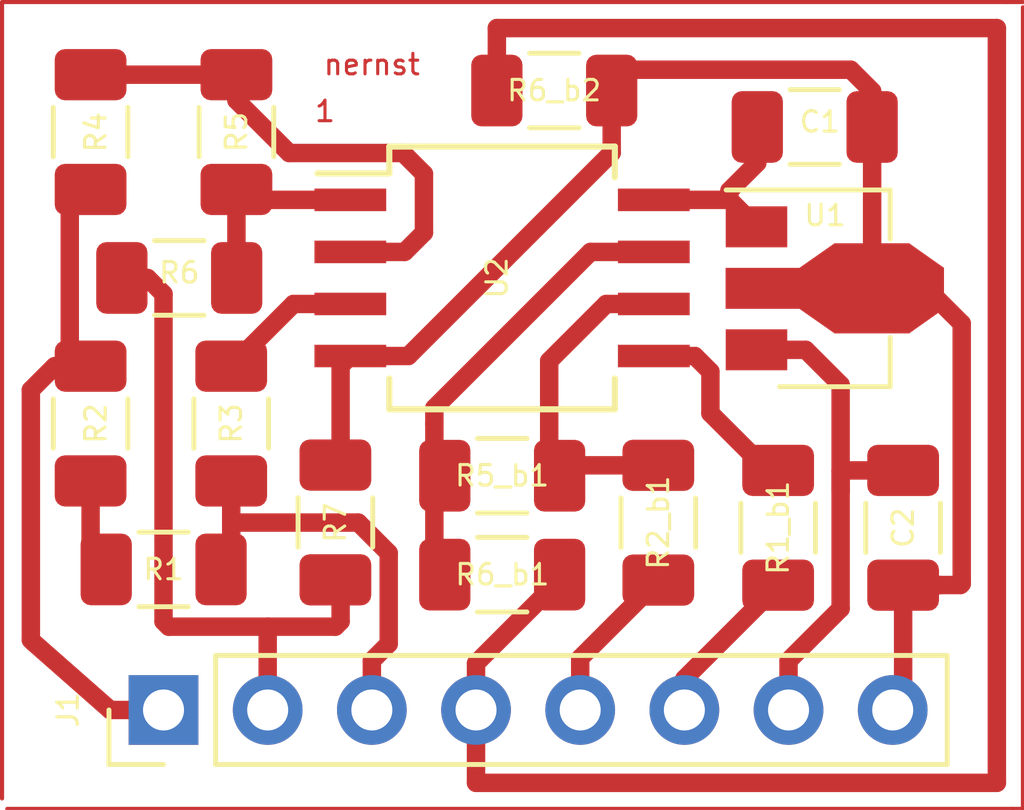
<source format=kicad_pcb>
(kicad_pcb (version 20171130) (host pcbnew 5.1.5+dfsg1-2)

  (general
    (thickness 1.6)
    (drawings 2)
    (tracks 111)
    (zones 0)
    (modules 17)
    (nets 17)
  )

  (page A4)
  (layers
    (0 F.Cu signal)
    (31 B.Cu signal)
    (32 B.Adhes user)
    (33 F.Adhes user)
    (34 B.Paste user)
    (35 F.Paste user)
    (36 B.SilkS user hide)
    (37 F.SilkS user)
    (38 B.Mask user hide)
    (39 F.Mask user hide)
    (40 Dwgs.User user hide)
    (41 Cmts.User user hide)
    (42 Eco1.User user hide)
    (43 Eco2.User user hide)
    (44 Edge.Cuts user hide)
    (45 Margin user hide)
    (46 B.CrtYd user hide)
    (47 F.CrtYd user)
    (48 B.Fab user)
    (49 F.Fab user hide)
  )

  (setup
    (last_trace_width 0.45)
    (trace_clearance 0.2)
    (zone_clearance 0.508)
    (zone_45_only no)
    (trace_min 0.2)
    (via_size 0.8)
    (via_drill 0.4)
    (via_min_size 0.4)
    (via_min_drill 0.3)
    (uvia_size 0.3)
    (uvia_drill 0.1)
    (uvias_allowed no)
    (uvia_min_size 0.2)
    (uvia_min_drill 0.1)
    (edge_width 0.1)
    (segment_width 0.2)
    (pcb_text_width 0.3)
    (pcb_text_size 1.5 1.5)
    (mod_edge_width 0.15)
    (mod_text_size 1 1)
    (mod_text_width 0.15)
    (pad_size 1.5 1.5)
    (pad_drill 0.6)
    (pad_to_mask_clearance 0)
    (solder_mask_min_width 0.25)
    (aux_axis_origin 0 0)
    (visible_elements FFFFFF7F)
    (pcbplotparams
      (layerselection 0x010fc_ffffffff)
      (usegerberextensions false)
      (usegerberattributes false)
      (usegerberadvancedattributes false)
      (creategerberjobfile false)
      (excludeedgelayer true)
      (linewidth 0.100000)
      (plotframeref false)
      (viasonmask false)
      (mode 1)
      (useauxorigin false)
      (hpglpennumber 1)
      (hpglpenspeed 20)
      (hpglpendiameter 15.000000)
      (psnegative false)
      (psa4output false)
      (plotreference true)
      (plotvalue true)
      (plotinvisibletext false)
      (padsonsilk false)
      (subtractmaskfromsilk false)
      (outputformat 1)
      (mirror false)
      (drillshape 1)
      (scaleselection 1)
      (outputdirectory ""))
  )

  (net 0 "")
  (net 1 "Net-(J1-Pad1)")
  (net 2 "Net-(C1-Pad1)")
  (net 3 "Net-(J1-Pad2)")
  (net 4 "Net-(R3-Pad1)")
  (net 5 "Net-(R5-Pad1)")
  (net 6 "Net-(R1-Pad1)")
  (net 7 "Net-(R4-Pad1)")
  (net 8 "Net-(J1-Pad3)")
  (net 9 "Net-(C2-Pad1)")
  (net 10 "Net-(J1-Pad4)")
  (net 11 "Net-(J1-Pad5)")
  (net 12 "Net-(J1-Pad6)")
  (net 13 "Net-(R1_b1-Pad1)")
  (net 14 "Net-(R2_b1-Pad1)")
  (net 15 "Net-(R5_b1-Pad2)")
  (net 16 GND)

  (net_class Default "Это класс цепей по умолчанию."
    (clearance 0.2)
    (trace_width 0.45)
    (via_dia 0.8)
    (via_drill 0.4)
    (uvia_dia 0.3)
    (uvia_drill 0.1)
    (add_net GND)
    (add_net "Net-(C1-Pad1)")
    (add_net "Net-(C2-Pad1)")
    (add_net "Net-(J1-Pad1)")
    (add_net "Net-(J1-Pad2)")
    (add_net "Net-(J1-Pad3)")
    (add_net "Net-(J1-Pad4)")
    (add_net "Net-(J1-Pad5)")
    (add_net "Net-(J1-Pad6)")
    (add_net "Net-(R1-Pad1)")
    (add_net "Net-(R1_b1-Pad1)")
    (add_net "Net-(R2_b1-Pad1)")
    (add_net "Net-(R3-Pad1)")
    (add_net "Net-(R4-Pad1)")
    (add_net "Net-(R5-Pad1)")
    (add_net "Net-(R5_b1-Pad2)")
  )

  (module Resistor_SMD:R_1206_3216Metric (layer F.Cu) (tedit 5B301BBD) (tstamp 5E210545)
    (at 166.246 92.583)
    (descr "Resistor SMD 1206 (3216 Metric), square (rectangular) end terminal, IPC_7351 nominal, (Body size source: http://www.tortai-tech.com/upload/download/2011102023233369053.pdf), generated with kicad-footprint-generator")
    (tags resistor)
    (path /5E2010E6)
    (attr smd)
    (fp_text reference C1 (at 0.124 -0.127 180) (layer F.SilkS)
      (effects (font (size 0.5 0.5) (thickness 0.075)))
    )
    (fp_text value C_Small (at 0 1.82 180) (layer F.Fab)
      (effects (font (size 0.5 0.5) (thickness 0.075)))
    )
    (fp_text user %R (at 0 0 180) (layer F.Fab)
      (effects (font (size 0.5 0.5) (thickness 0.075)))
    )
    (fp_line (start 2.28 1.12) (end -2.28 1.12) (layer F.CrtYd) (width 0.05))
    (fp_line (start 2.28 -1.12) (end 2.28 1.12) (layer F.CrtYd) (width 0.05))
    (fp_line (start -2.28 -1.12) (end 2.28 -1.12) (layer F.CrtYd) (width 0.05))
    (fp_line (start -2.28 1.12) (end -2.28 -1.12) (layer F.CrtYd) (width 0.05))
    (fp_line (start -0.602064 0.91) (end 0.602064 0.91) (layer F.SilkS) (width 0.12))
    (fp_line (start -0.602064 -0.91) (end 0.602064 -0.91) (layer F.SilkS) (width 0.12))
    (fp_line (start 1.6 0.8) (end -1.6 0.8) (layer F.Fab) (width 0.1))
    (fp_line (start 1.6 -0.8) (end 1.6 0.8) (layer F.Fab) (width 0.1))
    (fp_line (start -1.6 -0.8) (end 1.6 -0.8) (layer F.Fab) (width 0.1))
    (fp_line (start -1.6 0.8) (end -1.6 -0.8) (layer F.Fab) (width 0.1))
    (pad 2 smd roundrect (at 1.4 0) (size 1.25 1.75) (layers F.Cu F.Paste F.Mask) (roundrect_rratio 0.2)
      (net 16 GND))
    (pad 1 smd roundrect (at -1.4 0) (size 1.25 1.75) (layers F.Cu F.Paste F.Mask) (roundrect_rratio 0.2)
      (net 2 "Net-(C1-Pad1)"))
    (model ${KISYS3DMOD}/Resistor_SMD.3dshapes/R_1206_3216Metric.wrl
      (at (xyz 0 0 0))
      (scale (xyz 1 1 1))
      (rotate (xyz 0 0 0))
    )
  )

  (module Resistor_SMD:R_1206_3216Metric (layer F.Cu) (tedit 5B301BBD) (tstamp 5E21056F)
    (at 150.371 103.378)
    (descr "Resistor SMD 1206 (3216 Metric), square (rectangular) end terminal, IPC_7351 nominal, (Body size source: http://www.tortai-tech.com/upload/download/2011102023233369053.pdf), generated with kicad-footprint-generator")
    (tags resistor)
    (path /5E21FC8B)
    (attr smd)
    (fp_text reference R1 (at -0.003 0) (layer F.SilkS)
      (effects (font (size 0.5 0.5) (thickness 0.075)))
    )
    (fp_text value R (at 0 1.82) (layer F.Fab)
      (effects (font (size 0.5 0.5) (thickness 0.075)))
    )
    (fp_line (start -1.6 0.8) (end -1.6 -0.8) (layer F.Fab) (width 0.1))
    (fp_line (start -1.6 -0.8) (end 1.6 -0.8) (layer F.Fab) (width 0.1))
    (fp_line (start 1.6 -0.8) (end 1.6 0.8) (layer F.Fab) (width 0.1))
    (fp_line (start 1.6 0.8) (end -1.6 0.8) (layer F.Fab) (width 0.1))
    (fp_line (start -0.602064 -0.91) (end 0.602064 -0.91) (layer F.SilkS) (width 0.12))
    (fp_line (start -0.602064 0.91) (end 0.602064 0.91) (layer F.SilkS) (width 0.12))
    (fp_line (start -2.28 1.12) (end -2.28 -1.12) (layer F.CrtYd) (width 0.05))
    (fp_line (start -2.28 -1.12) (end 2.28 -1.12) (layer F.CrtYd) (width 0.05))
    (fp_line (start 2.28 -1.12) (end 2.28 1.12) (layer F.CrtYd) (width 0.05))
    (fp_line (start 2.28 1.12) (end -2.28 1.12) (layer F.CrtYd) (width 0.05))
    (fp_text user %R (at 0 0) (layer F.Fab)
      (effects (font (size 0.5 0.5) (thickness 0.075)))
    )
    (pad 1 smd roundrect (at -1.4 0) (size 1.25 1.75) (layers F.Cu F.Paste F.Mask) (roundrect_rratio 0.2)
      (net 6 "Net-(R1-Pad1)"))
    (pad 2 smd roundrect (at 1.4 0) (size 1.25 1.75) (layers F.Cu F.Paste F.Mask) (roundrect_rratio 0.2)
      (net 8 "Net-(J1-Pad3)"))
    (model ${KISYS3DMOD}/Resistor_SMD.3dshapes/R_1206_3216Metric.wrl
      (at (xyz 0 0 0))
      (scale (xyz 1 1 1))
      (rotate (xyz 0 0 0))
    )
  )

  (module Resistor_SMD:R_1206_3216Metric (layer F.Cu) (tedit 5B301BBD) (tstamp 5E210580)
    (at 148.59 99.819 270)
    (descr "Resistor SMD 1206 (3216 Metric), square (rectangular) end terminal, IPC_7351 nominal, (Body size source: http://www.tortai-tech.com/upload/download/2011102023233369053.pdf), generated with kicad-footprint-generator")
    (tags resistor)
    (path /5E221D56)
    (attr smd)
    (fp_text reference R2 (at 0 -0.127 270) (layer F.SilkS)
      (effects (font (size 0.5 0.5) (thickness 0.075)))
    )
    (fp_text value R (at 0 1.82 270) (layer F.Fab)
      (effects (font (size 0.5 0.5) (thickness 0.075)))
    )
    (fp_text user %R (at 0 0 270) (layer F.Fab)
      (effects (font (size 0.5 0.5) (thickness 0.075)))
    )
    (fp_line (start 2.28 1.12) (end -2.28 1.12) (layer F.CrtYd) (width 0.05))
    (fp_line (start 2.28 -1.12) (end 2.28 1.12) (layer F.CrtYd) (width 0.05))
    (fp_line (start -2.28 -1.12) (end 2.28 -1.12) (layer F.CrtYd) (width 0.05))
    (fp_line (start -2.28 1.12) (end -2.28 -1.12) (layer F.CrtYd) (width 0.05))
    (fp_line (start -0.602064 0.91) (end 0.602064 0.91) (layer F.SilkS) (width 0.12))
    (fp_line (start -0.602064 -0.91) (end 0.602064 -0.91) (layer F.SilkS) (width 0.12))
    (fp_line (start 1.6 0.8) (end -1.6 0.8) (layer F.Fab) (width 0.1))
    (fp_line (start 1.6 -0.8) (end 1.6 0.8) (layer F.Fab) (width 0.1))
    (fp_line (start -1.6 -0.8) (end 1.6 -0.8) (layer F.Fab) (width 0.1))
    (fp_line (start -1.6 0.8) (end -1.6 -0.8) (layer F.Fab) (width 0.1))
    (pad 2 smd roundrect (at 1.4 0 270) (size 1.25 1.75) (layers F.Cu F.Paste F.Mask) (roundrect_rratio 0.2)
      (net 6 "Net-(R1-Pad1)"))
    (pad 1 smd roundrect (at -1.4 0 270) (size 1.25 1.75) (layers F.Cu F.Paste F.Mask) (roundrect_rratio 0.2)
      (net 1 "Net-(J1-Pad1)"))
    (model ${KISYS3DMOD}/Resistor_SMD.3dshapes/R_1206_3216Metric.wrl
      (at (xyz 0 0 0))
      (scale (xyz 1 1 1))
      (rotate (xyz 0 0 0))
    )
  )

  (module Resistor_SMD:R_1206_3216Metric (layer F.Cu) (tedit 5B301BBD) (tstamp 5E210591)
    (at 152.019 99.819 270)
    (descr "Resistor SMD 1206 (3216 Metric), square (rectangular) end terminal, IPC_7351 nominal, (Body size source: http://www.tortai-tech.com/upload/download/2011102023233369053.pdf), generated with kicad-footprint-generator")
    (tags resistor)
    (path /5E222B58)
    (attr smd)
    (fp_text reference R3 (at -0.003 0 270) (layer F.SilkS)
      (effects (font (size 0.5 0.5) (thickness 0.075)))
    )
    (fp_text value R (at 0 1.82 270) (layer F.Fab)
      (effects (font (size 0.5 0.5) (thickness 0.075)))
    )
    (fp_line (start -1.6 0.8) (end -1.6 -0.8) (layer F.Fab) (width 0.1))
    (fp_line (start -1.6 -0.8) (end 1.6 -0.8) (layer F.Fab) (width 0.1))
    (fp_line (start 1.6 -0.8) (end 1.6 0.8) (layer F.Fab) (width 0.1))
    (fp_line (start 1.6 0.8) (end -1.6 0.8) (layer F.Fab) (width 0.1))
    (fp_line (start -0.602064 -0.91) (end 0.602064 -0.91) (layer F.SilkS) (width 0.12))
    (fp_line (start -0.602064 0.91) (end 0.602064 0.91) (layer F.SilkS) (width 0.12))
    (fp_line (start -2.28 1.12) (end -2.28 -1.12) (layer F.CrtYd) (width 0.05))
    (fp_line (start -2.28 -1.12) (end 2.28 -1.12) (layer F.CrtYd) (width 0.05))
    (fp_line (start 2.28 -1.12) (end 2.28 1.12) (layer F.CrtYd) (width 0.05))
    (fp_line (start 2.28 1.12) (end -2.28 1.12) (layer F.CrtYd) (width 0.05))
    (fp_text user %R (at 0 0 270) (layer F.Fab)
      (effects (font (size 0.5 0.5) (thickness 0.075)))
    )
    (pad 1 smd roundrect (at -1.4 0 270) (size 1.25 1.75) (layers F.Cu F.Paste F.Mask) (roundrect_rratio 0.2)
      (net 4 "Net-(R3-Pad1)"))
    (pad 2 smd roundrect (at 1.4 0 270) (size 1.25 1.75) (layers F.Cu F.Paste F.Mask) (roundrect_rratio 0.2)
      (net 8 "Net-(J1-Pad3)"))
    (model ${KISYS3DMOD}/Resistor_SMD.3dshapes/R_1206_3216Metric.wrl
      (at (xyz 0 0 0))
      (scale (xyz 1 1 1))
      (rotate (xyz 0 0 0))
    )
  )

  (module Resistor_SMD:R_1206_3216Metric (layer F.Cu) (tedit 5B301BBD) (tstamp 5E2105A2)
    (at 148.59 92.707 270)
    (descr "Resistor SMD 1206 (3216 Metric), square (rectangular) end terminal, IPC_7351 nominal, (Body size source: http://www.tortai-tech.com/upload/download/2011102023233369053.pdf), generated with kicad-footprint-generator")
    (tags resistor)
    (path /5E226A2A)
    (attr smd)
    (fp_text reference R4 (at 0.003 -0.127 270) (layer F.SilkS)
      (effects (font (size 0.5 0.5) (thickness 0.075)))
    )
    (fp_text value R (at 0 1.82 270) (layer F.Fab)
      (effects (font (size 0.5 0.5) (thickness 0.075)))
    )
    (fp_text user %R (at 0 0 270) (layer F.Fab)
      (effects (font (size 0.5 0.5) (thickness 0.075)))
    )
    (fp_line (start 2.28 1.12) (end -2.28 1.12) (layer F.CrtYd) (width 0.05))
    (fp_line (start 2.28 -1.12) (end 2.28 1.12) (layer F.CrtYd) (width 0.05))
    (fp_line (start -2.28 -1.12) (end 2.28 -1.12) (layer F.CrtYd) (width 0.05))
    (fp_line (start -2.28 1.12) (end -2.28 -1.12) (layer F.CrtYd) (width 0.05))
    (fp_line (start -0.602064 0.91) (end 0.602064 0.91) (layer F.SilkS) (width 0.12))
    (fp_line (start -0.602064 -0.91) (end 0.602064 -0.91) (layer F.SilkS) (width 0.12))
    (fp_line (start 1.6 0.8) (end -1.6 0.8) (layer F.Fab) (width 0.1))
    (fp_line (start 1.6 -0.8) (end 1.6 0.8) (layer F.Fab) (width 0.1))
    (fp_line (start -1.6 -0.8) (end 1.6 -0.8) (layer F.Fab) (width 0.1))
    (fp_line (start -1.6 0.8) (end -1.6 -0.8) (layer F.Fab) (width 0.1))
    (pad 2 smd roundrect (at 1.4 0 270) (size 1.25 1.75) (layers F.Cu F.Paste F.Mask) (roundrect_rratio 0.2)
      (net 1 "Net-(J1-Pad1)"))
    (pad 1 smd roundrect (at -1.4 0 270) (size 1.25 1.75) (layers F.Cu F.Paste F.Mask) (roundrect_rratio 0.2)
      (net 7 "Net-(R4-Pad1)"))
    (model ${KISYS3DMOD}/Resistor_SMD.3dshapes/R_1206_3216Metric.wrl
      (at (xyz 0 0 0))
      (scale (xyz 1 1 1))
      (rotate (xyz 0 0 0))
    )
  )

  (module Resistor_SMD:R_1206_3216Metric (layer F.Cu) (tedit 5E216D4E) (tstamp 5E2105B3)
    (at 152.146 92.707 90)
    (descr "Resistor SMD 1206 (3216 Metric), square (rectangular) end terminal, IPC_7351 nominal, (Body size source: http://www.tortai-tech.com/upload/download/2011102023233369053.pdf), generated with kicad-footprint-generator")
    (tags resistor)
    (path /5E1FDD95)
    (attr smd)
    (fp_text reference R5 (at 0.003 0 270) (layer F.SilkS)
      (effects (font (size 0.5 0.5) (thickness 0.075)))
    )
    (fp_text value R (at 0 1.82 270) (layer F.Fab)
      (effects (font (size 0.5 0.5) (thickness 0.075)))
    )
    (fp_line (start -1.6 0.8) (end -1.6 -0.8) (layer F.Fab) (width 0.1))
    (fp_line (start -1.6 -0.8) (end 1.6 -0.8) (layer F.Fab) (width 0.1))
    (fp_line (start 1.6 -0.8) (end 1.6 0.8) (layer F.Fab) (width 0.1))
    (fp_line (start 1.6 0.8) (end -1.6 0.8) (layer F.Fab) (width 0.1))
    (fp_line (start -0.602064 -0.91) (end 0.602064 -0.91) (layer F.SilkS) (width 0.12))
    (fp_line (start -0.602064 0.91) (end 0.602064 0.91) (layer F.SilkS) (width 0.12))
    (fp_line (start -2.28 1.12) (end -2.28 -1.12) (layer F.CrtYd) (width 0.05))
    (fp_line (start -2.28 -1.12) (end 2.28 -1.12) (layer F.CrtYd) (width 0.05))
    (fp_line (start 2.28 -1.12) (end 2.28 1.12) (layer F.CrtYd) (width 0.05))
    (fp_line (start 2.28 1.12) (end -2.28 1.12) (layer F.CrtYd) (width 0.05))
    (fp_text user %R (at 0 0 270) (layer F.Fab)
      (effects (font (size 0.5 0.5) (thickness 0.075)))
    )
    (pad 1 smd roundrect (at -1.4 0 90) (size 1.25 1.75) (layers F.Cu F.Paste F.Mask) (roundrect_rratio 0.2)
      (net 5 "Net-(R5-Pad1)"))
    (pad 2 smd roundrect (at 1.4 0 90) (size 1.25 1.75) (layers F.Cu F.Paste F.Mask) (roundrect_rratio 0.2)
      (net 7 "Net-(R4-Pad1)"))
    (model ${KISYS3DMOD}/Resistor_SMD.3dshapes/R_1206_3216Metric.wrl
      (at (xyz 0 0 0))
      (scale (xyz 1 1 1))
      (rotate (xyz 0 0 0))
    )
  )

  (module Package_SO:SO-8_5.3x6.2mm_P1.27mm (layer F.Cu) (tedit 5A02F2D3) (tstamp 5E2105F2)
    (at 158.623 96.266)
    (descr "8-Lead Plastic Small Outline, 5.3x6.2mm Body (http://www.ti.com.cn/cn/lit/ds/symlink/tl7705a.pdf)")
    (tags "SOIC 1.27")
    (path /5E218E12)
    (attr smd)
    (fp_text reference U2 (at -0.127 0 90) (layer F.SilkS)
      (effects (font (size 0.5 0.5) (thickness 0.075)))
    )
    (fp_text value MCP602 (at 0 4.13) (layer F.Fab)
      (effects (font (size 0.5 0.5) (thickness 0.075)))
    )
    (fp_text user %R (at 0 0) (layer F.Fab)
      (effects (font (size 0.5 0.5) (thickness 0.075)))
    )
    (fp_line (start -1.65 -3.1) (end 2.65 -3.1) (layer F.Fab) (width 0.15))
    (fp_line (start 2.65 -3.1) (end 2.65 3.1) (layer F.Fab) (width 0.15))
    (fp_line (start 2.65 3.1) (end -2.65 3.1) (layer F.Fab) (width 0.15))
    (fp_line (start -2.65 3.1) (end -2.65 -2.1) (layer F.Fab) (width 0.15))
    (fp_line (start -2.65 -2.1) (end -1.65 -3.1) (layer F.Fab) (width 0.15))
    (fp_line (start -4.83 -3.35) (end -4.83 3.35) (layer F.CrtYd) (width 0.05))
    (fp_line (start 4.83 -3.35) (end 4.83 3.35) (layer F.CrtYd) (width 0.05))
    (fp_line (start -4.83 -3.35) (end 4.83 -3.35) (layer F.CrtYd) (width 0.05))
    (fp_line (start -4.83 3.35) (end 4.83 3.35) (layer F.CrtYd) (width 0.05))
    (fp_line (start -2.75 -3.205) (end -2.75 -2.55) (layer F.SilkS) (width 0.15))
    (fp_line (start 2.75 -3.205) (end 2.75 -2.455) (layer F.SilkS) (width 0.15))
    (fp_line (start 2.75 3.205) (end 2.75 2.455) (layer F.SilkS) (width 0.15))
    (fp_line (start -2.75 3.205) (end -2.75 2.455) (layer F.SilkS) (width 0.15))
    (fp_line (start -2.75 -3.205) (end 2.75 -3.205) (layer F.SilkS) (width 0.15))
    (fp_line (start -2.75 3.205) (end 2.75 3.205) (layer F.SilkS) (width 0.15))
    (fp_line (start -2.75 -2.55) (end -4.5 -2.55) (layer F.SilkS) (width 0.15))
    (pad 1 smd rect (at -3.7 -1.905) (size 1.75 0.55) (layers F.Cu F.Paste F.Mask)
      (net 5 "Net-(R5-Pad1)"))
    (pad 2 smd rect (at -3.7 -0.635) (size 1.75 0.55) (layers F.Cu F.Paste F.Mask)
      (net 7 "Net-(R4-Pad1)"))
    (pad 3 smd rect (at -3.7 0.635) (size 1.75 0.55) (layers F.Cu F.Paste F.Mask)
      (net 4 "Net-(R3-Pad1)"))
    (pad 4 smd rect (at -3.7 1.905) (size 1.75 0.55) (layers F.Cu F.Paste F.Mask)
      (net 16 GND))
    (pad 5 smd rect (at 3.7 1.905) (size 1.75 0.55) (layers F.Cu F.Paste F.Mask)
      (net 13 "Net-(R1_b1-Pad1)"))
    (pad 6 smd rect (at 3.7 0.635) (size 1.75 0.55) (layers F.Cu F.Paste F.Mask)
      (net 14 "Net-(R2_b1-Pad1)"))
    (pad 7 smd rect (at 3.7 -0.635) (size 1.75 0.55) (layers F.Cu F.Paste F.Mask)
      (net 15 "Net-(R5_b1-Pad2)"))
    (pad 8 smd rect (at 3.7 -1.905) (size 1.75 0.55) (layers F.Cu F.Paste F.Mask)
      (net 2 "Net-(C1-Pad1)"))
    (model ${KISYS3DMOD}/Package_SO.3dshapes/SO-8_5.3x6.2mm_P1.27mm.wrl
      (at (xyz 0 0 0))
      (scale (xyz 1 1 1))
      (rotate (xyz 0 0 0))
    )
  )

  (module Resistor_SMD:R_1206_3216Metric (layer F.Cu) (tedit 5B301BBD) (tstamp 5E21171B)
    (at 150.752 96.266)
    (descr "Resistor SMD 1206 (3216 Metric), square (rectangular) end terminal, IPC_7351 nominal, (Body size source: http://www.tortai-tech.com/upload/download/2011102023233369053.pdf), generated with kicad-footprint-generator")
    (tags resistor)
    (path /5E207B77)
    (attr smd)
    (fp_text reference R6 (at 0 -0.127 180) (layer F.SilkS)
      (effects (font (size 0.5 0.5) (thickness 0.075)))
    )
    (fp_text value R (at 0 1.82 180) (layer F.Fab)
      (effects (font (size 0.5 0.5) (thickness 0.075)))
    )
    (fp_line (start -1.6 0.8) (end -1.6 -0.8) (layer F.Fab) (width 0.1))
    (fp_line (start -1.6 -0.8) (end 1.6 -0.8) (layer F.Fab) (width 0.1))
    (fp_line (start 1.6 -0.8) (end 1.6 0.8) (layer F.Fab) (width 0.1))
    (fp_line (start 1.6 0.8) (end -1.6 0.8) (layer F.Fab) (width 0.1))
    (fp_line (start -0.602064 -0.91) (end 0.602064 -0.91) (layer F.SilkS) (width 0.12))
    (fp_line (start -0.602064 0.91) (end 0.602064 0.91) (layer F.SilkS) (width 0.12))
    (fp_line (start -2.28 1.12) (end -2.28 -1.12) (layer F.CrtYd) (width 0.05))
    (fp_line (start -2.28 -1.12) (end 2.28 -1.12) (layer F.CrtYd) (width 0.05))
    (fp_line (start 2.28 -1.12) (end 2.28 1.12) (layer F.CrtYd) (width 0.05))
    (fp_line (start 2.28 1.12) (end -2.28 1.12) (layer F.CrtYd) (width 0.05))
    (fp_text user %R (at 0 0 180) (layer F.Fab)
      (effects (font (size 0.5 0.5) (thickness 0.075)))
    )
    (pad 1 smd roundrect (at -1.4 0) (size 1.25 1.75) (layers F.Cu F.Paste F.Mask) (roundrect_rratio 0.2)
      (net 3 "Net-(J1-Pad2)"))
    (pad 2 smd roundrect (at 1.4 0) (size 1.25 1.75) (layers F.Cu F.Paste F.Mask) (roundrect_rratio 0.2)
      (net 5 "Net-(R5-Pad1)"))
    (model ${KISYS3DMOD}/Resistor_SMD.3dshapes/R_1206_3216Metric.wrl
      (at (xyz 0 0 0))
      (scale (xyz 1 1 1))
      (rotate (xyz 0 0 0))
    )
  )

  (module Resistor_SMD:R_1206_3216Metric (layer F.Cu) (tedit 5B301BBD) (tstamp 5E2101D8)
    (at 168.402 102.362 270)
    (descr "Resistor SMD 1206 (3216 Metric), square (rectangular) end terminal, IPC_7351 nominal, (Body size source: http://www.tortai-tech.com/upload/download/2011102023233369053.pdf), generated with kicad-footprint-generator")
    (tags resistor)
    (path /5E211B2F)
    (attr smd)
    (fp_text reference C2 (at 0 0 90) (layer F.SilkS)
      (effects (font (size 0.5 0.5) (thickness 0.075)))
    )
    (fp_text value C_Small (at 0 1.82 90) (layer F.Fab)
      (effects (font (size 0.5 0.5) (thickness 0.075)))
    )
    (fp_line (start -1.6 0.8) (end -1.6 -0.8) (layer F.Fab) (width 0.1))
    (fp_line (start -1.6 -0.8) (end 1.6 -0.8) (layer F.Fab) (width 0.1))
    (fp_line (start 1.6 -0.8) (end 1.6 0.8) (layer F.Fab) (width 0.1))
    (fp_line (start 1.6 0.8) (end -1.6 0.8) (layer F.Fab) (width 0.1))
    (fp_line (start -0.602064 -0.91) (end 0.602064 -0.91) (layer F.SilkS) (width 0.12))
    (fp_line (start -0.602064 0.91) (end 0.602064 0.91) (layer F.SilkS) (width 0.12))
    (fp_line (start -2.28 1.12) (end -2.28 -1.12) (layer F.CrtYd) (width 0.05))
    (fp_line (start -2.28 -1.12) (end 2.28 -1.12) (layer F.CrtYd) (width 0.05))
    (fp_line (start 2.28 -1.12) (end 2.28 1.12) (layer F.CrtYd) (width 0.05))
    (fp_line (start 2.28 1.12) (end -2.28 1.12) (layer F.CrtYd) (width 0.05))
    (fp_text user %R (at 0 0 90) (layer F.Fab)
      (effects (font (size 0.5 0.5) (thickness 0.075)))
    )
    (pad 1 smd roundrect (at -1.4 0 270) (size 1.25 1.75) (layers F.Cu F.Paste F.Mask) (roundrect_rratio 0.2)
      (net 9 "Net-(C2-Pad1)"))
    (pad 2 smd roundrect (at 1.4 0 270) (size 1.25 1.75) (layers F.Cu F.Paste F.Mask) (roundrect_rratio 0.2)
      (net 16 GND))
    (model ${KISYS3DMOD}/Resistor_SMD.3dshapes/R_1206_3216Metric.wrl
      (at (xyz 0 0 0))
      (scale (xyz 1 1 1))
      (rotate (xyz 0 0 0))
    )
  )

  (module Resistor_SMD:R_1206_3216Metric (layer F.Cu) (tedit 5B301BBD) (tstamp 5E21FB19)
    (at 154.559 102.232 270)
    (descr "Resistor SMD 1206 (3216 Metric), square (rectangular) end terminal, IPC_7351 nominal, (Body size source: http://www.tortai-tech.com/upload/download/2011102023233369053.pdf), generated with kicad-footprint-generator")
    (tags resistor)
    (path /5E221294)
    (attr smd)
    (fp_text reference R7 (at 0.003 0 270) (layer F.SilkS)
      (effects (font (size 0.5 0.5) (thickness 0.075)))
    )
    (fp_text value R (at 0 1.82 270) (layer F.Fab)
      (effects (font (size 0.5 0.5) (thickness 0.075)))
    )
    (fp_line (start -1.6 0.8) (end -1.6 -0.8) (layer F.Fab) (width 0.1))
    (fp_line (start -1.6 -0.8) (end 1.6 -0.8) (layer F.Fab) (width 0.1))
    (fp_line (start 1.6 -0.8) (end 1.6 0.8) (layer F.Fab) (width 0.1))
    (fp_line (start 1.6 0.8) (end -1.6 0.8) (layer F.Fab) (width 0.1))
    (fp_line (start -0.602064 -0.91) (end 0.602064 -0.91) (layer F.SilkS) (width 0.12))
    (fp_line (start -0.602064 0.91) (end 0.602064 0.91) (layer F.SilkS) (width 0.12))
    (fp_line (start -2.28 1.12) (end -2.28 -1.12) (layer F.CrtYd) (width 0.05))
    (fp_line (start -2.28 -1.12) (end 2.28 -1.12) (layer F.CrtYd) (width 0.05))
    (fp_line (start 2.28 -1.12) (end 2.28 1.12) (layer F.CrtYd) (width 0.05))
    (fp_line (start 2.28 1.12) (end -2.28 1.12) (layer F.CrtYd) (width 0.05))
    (fp_text user %R (at 0 0 270) (layer F.Fab)
      (effects (font (size 0.5 0.5) (thickness 0.075)))
    )
    (pad 1 smd roundrect (at -1.4 0 270) (size 1.25 1.75) (layers F.Cu F.Paste F.Mask) (roundrect_rratio 0.2)
      (net 16 GND))
    (pad 2 smd roundrect (at 1.4 0 270) (size 1.25 1.75) (layers F.Cu F.Paste F.Mask) (roundrect_rratio 0.2)
      (net 3 "Net-(J1-Pad2)"))
    (model ${KISYS3DMOD}/Resistor_SMD.3dshapes/R_1206_3216Metric.wrl
      (at (xyz 0 0 0))
      (scale (xyz 1 1 1))
      (rotate (xyz 0 0 0))
    )
  )

  (module Package_TO_SOT_SMD:SOT-89-3 (layer F.Cu) (tedit 5A02FF57) (tstamp 5E21FF20)
    (at 166.3065 96.52)
    (descr SOT-89-3)
    (tags SOT-89-3)
    (path /5E2226AE)
    (attr smd)
    (fp_text reference U1 (at 0.1905 -1.778) (layer F.SilkS)
      (effects (font (size 0.5 0.5) (thickness 0.075)))
    )
    (fp_text value L78L33_SOT89 (at 0.45 3.25) (layer F.Fab)
      (effects (font (size 0.5 0.5) (thickness 0.075)))
    )
    (fp_text user %R (at 0.38 0 90) (layer F.Fab)
      (effects (font (size 0.6 0.6) (thickness 0.09)))
    )
    (fp_line (start 1.78 1.2) (end 1.78 2.4) (layer F.SilkS) (width 0.12))
    (fp_line (start 1.78 2.4) (end -0.92 2.4) (layer F.SilkS) (width 0.12))
    (fp_line (start -2.22 -2.4) (end 1.78 -2.4) (layer F.SilkS) (width 0.12))
    (fp_line (start 1.78 -2.4) (end 1.78 -1.2) (layer F.SilkS) (width 0.12))
    (fp_line (start -0.92 -1.51) (end -0.13 -2.3) (layer F.Fab) (width 0.1))
    (fp_line (start 1.68 -2.3) (end 1.68 2.3) (layer F.Fab) (width 0.1))
    (fp_line (start 1.68 2.3) (end -0.92 2.3) (layer F.Fab) (width 0.1))
    (fp_line (start -0.92 2.3) (end -0.92 -1.51) (layer F.Fab) (width 0.1))
    (fp_line (start -0.13 -2.3) (end 1.68 -2.3) (layer F.Fab) (width 0.1))
    (fp_line (start 3.23 -2.55) (end 3.23 2.55) (layer F.CrtYd) (width 0.05))
    (fp_line (start 3.23 -2.55) (end -2.48 -2.55) (layer F.CrtYd) (width 0.05))
    (fp_line (start -2.48 2.55) (end 3.23 2.55) (layer F.CrtYd) (width 0.05))
    (fp_line (start -2.48 2.55) (end -2.48 -2.55) (layer F.CrtYd) (width 0.05))
    (pad 2 smd trapezoid (at 2.667 0 270) (size 1.6 0.85) (rect_delta 0 0.6 ) (layers F.Cu F.Paste F.Mask)
      (net 16 GND))
    (pad 1 smd rect (at -1.48 -1.5 270) (size 1 1.5) (layers F.Cu F.Paste F.Mask)
      (net 2 "Net-(C1-Pad1)"))
    (pad 2 smd rect (at -1.3335 0 270) (size 1 1.8) (layers F.Cu F.Paste F.Mask)
      (net 16 GND))
    (pad 3 smd rect (at -1.48 1.5 270) (size 1 1.5) (layers F.Cu F.Paste F.Mask)
      (net 9 "Net-(C2-Pad1)"))
    (pad 2 smd rect (at 1.3335 0 270) (size 2.2 1.84) (layers F.Cu F.Paste F.Mask)
      (net 16 GND))
    (pad 2 smd trapezoid (at -0.0762 0 90) (size 1.5 1) (rect_delta 0 0.7 ) (layers F.Cu F.Paste F.Mask)
      (net 16 GND))
    (model ${KISYS3DMOD}/Package_TO_SOT_SMD.3dshapes/SOT-89-3.wrl
      (at (xyz 0 0 0))
      (scale (xyz 1 1 1))
      (rotate (xyz 0 0 0))
    )
  )

  (module Resistor_SMD:R_1206_3216Metric (layer F.Cu) (tedit 5B301BBD) (tstamp 5E43CCC8)
    (at 165.354 102.362 270)
    (descr "Resistor SMD 1206 (3216 Metric), square (rectangular) end terminal, IPC_7351 nominal, (Body size source: http://www.tortai-tech.com/upload/download/2011102023233369053.pdf), generated with kicad-footprint-generator")
    (tags resistor)
    (path /5E44C70E)
    (attr smd)
    (fp_text reference R1_b1 (at 0 0 90) (layer F.SilkS)
      (effects (font (size 0.5 0.5) (thickness 0.075)))
    )
    (fp_text value R (at 0 1.82 90) (layer F.Fab)
      (effects (font (size 0.5 0.5) (thickness 0.075)))
    )
    (fp_line (start -1.6 0.8) (end -1.6 -0.8) (layer F.Fab) (width 0.1))
    (fp_line (start -1.6 -0.8) (end 1.6 -0.8) (layer F.Fab) (width 0.1))
    (fp_line (start 1.6 -0.8) (end 1.6 0.8) (layer F.Fab) (width 0.1))
    (fp_line (start 1.6 0.8) (end -1.6 0.8) (layer F.Fab) (width 0.1))
    (fp_line (start -0.602064 -0.91) (end 0.602064 -0.91) (layer F.SilkS) (width 0.12))
    (fp_line (start -0.602064 0.91) (end 0.602064 0.91) (layer F.SilkS) (width 0.12))
    (fp_line (start -2.28 1.12) (end -2.28 -1.12) (layer F.CrtYd) (width 0.05))
    (fp_line (start -2.28 -1.12) (end 2.28 -1.12) (layer F.CrtYd) (width 0.05))
    (fp_line (start 2.28 -1.12) (end 2.28 1.12) (layer F.CrtYd) (width 0.05))
    (fp_line (start 2.28 1.12) (end -2.28 1.12) (layer F.CrtYd) (width 0.05))
    (fp_text user %R (at 0 0 90) (layer F.Fab)
      (effects (font (size 0.5 0.5) (thickness 0.075)))
    )
    (pad 1 smd roundrect (at -1.4 0 270) (size 1.25 1.75) (layers F.Cu F.Paste F.Mask) (roundrect_rratio 0.2)
      (net 13 "Net-(R1_b1-Pad1)"))
    (pad 2 smd roundrect (at 1.4 0 270) (size 1.25 1.75) (layers F.Cu F.Paste F.Mask) (roundrect_rratio 0.2)
      (net 12 "Net-(J1-Pad6)"))
    (model ${KISYS3DMOD}/Resistor_SMD.3dshapes/R_1206_3216Metric.wrl
      (at (xyz 0 0 0))
      (scale (xyz 1 1 1))
      (rotate (xyz 0 0 0))
    )
  )

  (module Resistor_SMD:R_1206_3216Metric (layer F.Cu) (tedit 5B301BBD) (tstamp 5E43CCD9)
    (at 162.433 102.238 270)
    (descr "Resistor SMD 1206 (3216 Metric), square (rectangular) end terminal, IPC_7351 nominal, (Body size source: http://www.tortai-tech.com/upload/download/2011102023233369053.pdf), generated with kicad-footprint-generator")
    (tags resistor)
    (path /5E44D38A)
    (attr smd)
    (fp_text reference R2_b1 (at -0.003 0 90) (layer F.SilkS)
      (effects (font (size 0.5 0.5) (thickness 0.075)))
    )
    (fp_text value R (at 0 1.82 90) (layer F.Fab)
      (effects (font (size 0.5 0.5) (thickness 0.075)))
    )
    (fp_text user %R (at 0 0 90) (layer F.Fab)
      (effects (font (size 0.5 0.5) (thickness 0.075)))
    )
    (fp_line (start 2.28 1.12) (end -2.28 1.12) (layer F.CrtYd) (width 0.05))
    (fp_line (start 2.28 -1.12) (end 2.28 1.12) (layer F.CrtYd) (width 0.05))
    (fp_line (start -2.28 -1.12) (end 2.28 -1.12) (layer F.CrtYd) (width 0.05))
    (fp_line (start -2.28 1.12) (end -2.28 -1.12) (layer F.CrtYd) (width 0.05))
    (fp_line (start -0.602064 0.91) (end 0.602064 0.91) (layer F.SilkS) (width 0.12))
    (fp_line (start -0.602064 -0.91) (end 0.602064 -0.91) (layer F.SilkS) (width 0.12))
    (fp_line (start 1.6 0.8) (end -1.6 0.8) (layer F.Fab) (width 0.1))
    (fp_line (start 1.6 -0.8) (end 1.6 0.8) (layer F.Fab) (width 0.1))
    (fp_line (start -1.6 -0.8) (end 1.6 -0.8) (layer F.Fab) (width 0.1))
    (fp_line (start -1.6 0.8) (end -1.6 -0.8) (layer F.Fab) (width 0.1))
    (pad 2 smd roundrect (at 1.4 0 270) (size 1.25 1.75) (layers F.Cu F.Paste F.Mask) (roundrect_rratio 0.2)
      (net 11 "Net-(J1-Pad5)"))
    (pad 1 smd roundrect (at -1.4 0 270) (size 1.25 1.75) (layers F.Cu F.Paste F.Mask) (roundrect_rratio 0.2)
      (net 14 "Net-(R2_b1-Pad1)"))
    (model ${KISYS3DMOD}/Resistor_SMD.3dshapes/R_1206_3216Metric.wrl
      (at (xyz 0 0 0))
      (scale (xyz 1 1 1))
      (rotate (xyz 0 0 0))
    )
  )

  (module Resistor_SMD:R_1206_3216Metric (layer F.Cu) (tedit 5B301BBD) (tstamp 5E43CCEA)
    (at 158.626 101.092 180)
    (descr "Resistor SMD 1206 (3216 Metric), square (rectangular) end terminal, IPC_7351 nominal, (Body size source: http://www.tortai-tech.com/upload/download/2011102023233369053.pdf), generated with kicad-footprint-generator")
    (tags resistor)
    (path /5E45B4C8)
    (attr smd)
    (fp_text reference R5_b1 (at 0.003 0) (layer F.SilkS)
      (effects (font (size 0.5 0.5) (thickness 0.075)))
    )
    (fp_text value R (at 0 1.82) (layer F.Fab)
      (effects (font (size 0.5 0.5) (thickness 0.075)))
    )
    (fp_text user %R (at 0 0) (layer F.Fab)
      (effects (font (size 0.5 0.5) (thickness 0.075)))
    )
    (fp_line (start 2.28 1.12) (end -2.28 1.12) (layer F.CrtYd) (width 0.05))
    (fp_line (start 2.28 -1.12) (end 2.28 1.12) (layer F.CrtYd) (width 0.05))
    (fp_line (start -2.28 -1.12) (end 2.28 -1.12) (layer F.CrtYd) (width 0.05))
    (fp_line (start -2.28 1.12) (end -2.28 -1.12) (layer F.CrtYd) (width 0.05))
    (fp_line (start -0.602064 0.91) (end 0.602064 0.91) (layer F.SilkS) (width 0.12))
    (fp_line (start -0.602064 -0.91) (end 0.602064 -0.91) (layer F.SilkS) (width 0.12))
    (fp_line (start 1.6 0.8) (end -1.6 0.8) (layer F.Fab) (width 0.1))
    (fp_line (start 1.6 -0.8) (end 1.6 0.8) (layer F.Fab) (width 0.1))
    (fp_line (start -1.6 -0.8) (end 1.6 -0.8) (layer F.Fab) (width 0.1))
    (fp_line (start -1.6 0.8) (end -1.6 -0.8) (layer F.Fab) (width 0.1))
    (pad 2 smd roundrect (at 1.4 0 180) (size 1.25 1.75) (layers F.Cu F.Paste F.Mask) (roundrect_rratio 0.2)
      (net 15 "Net-(R5_b1-Pad2)"))
    (pad 1 smd roundrect (at -1.4 0 180) (size 1.25 1.75) (layers F.Cu F.Paste F.Mask) (roundrect_rratio 0.2)
      (net 14 "Net-(R2_b1-Pad1)"))
    (model ${KISYS3DMOD}/Resistor_SMD.3dshapes/R_1206_3216Metric.wrl
      (at (xyz 0 0 0))
      (scale (xyz 1 1 1))
      (rotate (xyz 0 0 0))
    )
  )

  (module Resistor_SMD:R_1206_3216Metric (layer F.Cu) (tedit 5B301BBD) (tstamp 5E43CCFB)
    (at 158.626 103.505 180)
    (descr "Resistor SMD 1206 (3216 Metric), square (rectangular) end terminal, IPC_7351 nominal, (Body size source: http://www.tortai-tech.com/upload/download/2011102023233369053.pdf), generated with kicad-footprint-generator")
    (tags resistor)
    (path /5E44D898)
    (attr smd)
    (fp_text reference R6_b1 (at -0.003 0) (layer F.SilkS)
      (effects (font (size 0.5 0.5) (thickness 0.075)))
    )
    (fp_text value R (at 0 1.82) (layer F.Fab)
      (effects (font (size 0.5 0.5) (thickness 0.075)))
    )
    (fp_line (start -1.6 0.8) (end -1.6 -0.8) (layer F.Fab) (width 0.1))
    (fp_line (start -1.6 -0.8) (end 1.6 -0.8) (layer F.Fab) (width 0.1))
    (fp_line (start 1.6 -0.8) (end 1.6 0.8) (layer F.Fab) (width 0.1))
    (fp_line (start 1.6 0.8) (end -1.6 0.8) (layer F.Fab) (width 0.1))
    (fp_line (start -0.602064 -0.91) (end 0.602064 -0.91) (layer F.SilkS) (width 0.12))
    (fp_line (start -0.602064 0.91) (end 0.602064 0.91) (layer F.SilkS) (width 0.12))
    (fp_line (start -2.28 1.12) (end -2.28 -1.12) (layer F.CrtYd) (width 0.05))
    (fp_line (start -2.28 -1.12) (end 2.28 -1.12) (layer F.CrtYd) (width 0.05))
    (fp_line (start 2.28 -1.12) (end 2.28 1.12) (layer F.CrtYd) (width 0.05))
    (fp_line (start 2.28 1.12) (end -2.28 1.12) (layer F.CrtYd) (width 0.05))
    (fp_text user %R (at 0 0) (layer F.Fab)
      (effects (font (size 0.5 0.5) (thickness 0.075)))
    )
    (pad 1 smd roundrect (at -1.4 0 180) (size 1.25 1.75) (layers F.Cu F.Paste F.Mask) (roundrect_rratio 0.2)
      (net 10 "Net-(J1-Pad4)"))
    (pad 2 smd roundrect (at 1.4 0 180) (size 1.25 1.75) (layers F.Cu F.Paste F.Mask) (roundrect_rratio 0.2)
      (net 15 "Net-(R5_b1-Pad2)"))
    (model ${KISYS3DMOD}/Resistor_SMD.3dshapes/R_1206_3216Metric.wrl
      (at (xyz 0 0 0))
      (scale (xyz 1 1 1))
      (rotate (xyz 0 0 0))
    )
  )

  (module Connector_PinHeader_2.54mm:PinHeader_1x08_P2.54mm_Vertical (layer F.Cu) (tedit 59FED5CC) (tstamp 5E44063C)
    (at 150.368 106.807 90)
    (descr "Through hole straight pin header, 1x08, 2.54mm pitch, single row")
    (tags "Through hole pin header THT 1x08 2.54mm single row")
    (path /5E4BF8BD)
    (fp_text reference J1 (at 0 -2.33 90) (layer F.SilkS)
      (effects (font (size 0.5 0.5) (thickness 0.075)))
    )
    (fp_text value Conn_01x08 (at 0 20.11 90) (layer F.Fab)
      (effects (font (size 0.5 0.5) (thickness 0.075)))
    )
    (fp_line (start -0.635 -1.27) (end 1.27 -1.27) (layer F.Fab) (width 0.1))
    (fp_line (start 1.27 -1.27) (end 1.27 19.05) (layer F.Fab) (width 0.1))
    (fp_line (start 1.27 19.05) (end -1.27 19.05) (layer F.Fab) (width 0.1))
    (fp_line (start -1.27 19.05) (end -1.27 -0.635) (layer F.Fab) (width 0.1))
    (fp_line (start -1.27 -0.635) (end -0.635 -1.27) (layer F.Fab) (width 0.1))
    (fp_line (start -1.33 19.11) (end 1.33 19.11) (layer F.SilkS) (width 0.12))
    (fp_line (start -1.33 1.27) (end -1.33 19.11) (layer F.SilkS) (width 0.12))
    (fp_line (start 1.33 1.27) (end 1.33 19.11) (layer F.SilkS) (width 0.12))
    (fp_line (start -1.33 1.27) (end 1.33 1.27) (layer F.SilkS) (width 0.12))
    (fp_line (start -1.33 0) (end -1.33 -1.33) (layer F.SilkS) (width 0.12))
    (fp_line (start -1.33 -1.33) (end 0 -1.33) (layer F.SilkS) (width 0.12))
    (fp_line (start -1.8 -1.8) (end -1.8 19.55) (layer F.CrtYd) (width 0.05))
    (fp_line (start -1.8 19.55) (end 1.8 19.55) (layer F.CrtYd) (width 0.05))
    (fp_line (start 1.8 19.55) (end 1.8 -1.8) (layer F.CrtYd) (width 0.05))
    (fp_line (start 1.8 -1.8) (end -1.8 -1.8) (layer F.CrtYd) (width 0.05))
    (fp_text user %R (at 0 8.89) (layer F.Fab)
      (effects (font (size 0.5 0.5) (thickness 0.075)))
    )
    (pad 1 thru_hole rect (at 0 0 90) (size 1.7 1.7) (drill 1) (layers *.Cu *.Mask)
      (net 1 "Net-(J1-Pad1)"))
    (pad 2 thru_hole oval (at 0 2.54 90) (size 1.7 1.7) (drill 1) (layers *.Cu *.Mask)
      (net 3 "Net-(J1-Pad2)"))
    (pad 3 thru_hole oval (at 0 5.08 90) (size 1.7 1.7) (drill 1) (layers *.Cu *.Mask)
      (net 8 "Net-(J1-Pad3)"))
    (pad 4 thru_hole oval (at 0 7.62 90) (size 1.7 1.7) (drill 1) (layers *.Cu *.Mask)
      (net 10 "Net-(J1-Pad4)"))
    (pad 5 thru_hole oval (at 0 10.16 90) (size 1.7 1.7) (drill 1) (layers *.Cu *.Mask)
      (net 11 "Net-(J1-Pad5)"))
    (pad 6 thru_hole oval (at 0 12.7 90) (size 1.7 1.7) (drill 1) (layers *.Cu *.Mask)
      (net 12 "Net-(J1-Pad6)"))
    (pad 7 thru_hole oval (at 0 15.24 90) (size 1.7 1.7) (drill 1) (layers *.Cu *.Mask)
      (net 9 "Net-(C2-Pad1)"))
    (pad 8 thru_hole oval (at 0 17.78 90) (size 1.7 1.7) (drill 1) (layers *.Cu *.Mask)
      (net 16 GND))
    (model ${KISYS3DMOD}/Connector_PinHeader_2.54mm.3dshapes/PinHeader_1x08_P2.54mm_Vertical.wrl
      (at (xyz 0 0 0))
      (scale (xyz 1 1 1))
      (rotate (xyz 0 0 0))
    )
  )

  (module Resistor_SMD:R_1206_3216Metric (layer F.Cu) (tedit 5B301BBD) (tstamp 5E4730FF)
    (at 159.896 91.694 180)
    (descr "Resistor SMD 1206 (3216 Metric), square (rectangular) end terminal, IPC_7351 nominal, (Body size source: http://www.tortai-tech.com/upload/download/2011102023233369053.pdf), generated with kicad-footprint-generator")
    (tags resistor)
    (path /5E480F9C)
    (attr smd)
    (fp_text reference R6_b2 (at 0.003 0) (layer F.SilkS)
      (effects (font (size 0.5 0.5) (thickness 0.075)))
    )
    (fp_text value R (at 0 1.82) (layer F.Fab)
      (effects (font (size 0.5 0.5) (thickness 0.075)))
    )
    (fp_line (start -1.6 0.8) (end -1.6 -0.8) (layer F.Fab) (width 0.1))
    (fp_line (start -1.6 -0.8) (end 1.6 -0.8) (layer F.Fab) (width 0.1))
    (fp_line (start 1.6 -0.8) (end 1.6 0.8) (layer F.Fab) (width 0.1))
    (fp_line (start 1.6 0.8) (end -1.6 0.8) (layer F.Fab) (width 0.1))
    (fp_line (start -0.602064 -0.91) (end 0.602064 -0.91) (layer F.SilkS) (width 0.12))
    (fp_line (start -0.602064 0.91) (end 0.602064 0.91) (layer F.SilkS) (width 0.12))
    (fp_line (start -2.28 1.12) (end -2.28 -1.12) (layer F.CrtYd) (width 0.05))
    (fp_line (start -2.28 -1.12) (end 2.28 -1.12) (layer F.CrtYd) (width 0.05))
    (fp_line (start 2.28 -1.12) (end 2.28 1.12) (layer F.CrtYd) (width 0.05))
    (fp_line (start 2.28 1.12) (end -2.28 1.12) (layer F.CrtYd) (width 0.05))
    (fp_text user %R (at 0 0) (layer F.Fab)
      (effects (font (size 0.5 0.5) (thickness 0.075)))
    )
    (pad 1 smd roundrect (at -1.4 0 180) (size 1.25 1.75) (layers F.Cu F.Paste F.Mask) (roundrect_rratio 0.2)
      (net 16 GND))
    (pad 2 smd roundrect (at 1.4 0 180) (size 1.25 1.75) (layers F.Cu F.Paste F.Mask) (roundrect_rratio 0.2)
      (net 10 "Net-(J1-Pad4)"))
    (model ${KISYS3DMOD}/Resistor_SMD.3dshapes/R_1206_3216Metric.wrl
      (at (xyz 0 0 0))
      (scale (xyz 1 1 1))
      (rotate (xyz 0 0 0))
    )
  )

  (gr_text nernst (at 155.448 91.059) (layer F.Cu)
    (effects (font (size 0.5 0.5) (thickness 0.075)))
  )
  (gr_text 1 (at 154.305 92.202) (layer F.Cu)
    (effects (font (size 0.5 0.5) (thickness 0.075)))
  )

  (segment (start 146.431 108.966) (end 146.431 89.535) (width 0.1) (layer F.Cu) (net 0))
  (segment (start 171.323 89.662) (end 171.323 109.22) (width 0.1) (layer F.Cu) (net 0))
  (segment (start 171.069 109.22) (end 146.558 109.22) (width 0.1) (layer F.Cu) (net 0))
  (segment (start 170.942 89.535) (end 146.431 89.535) (width 0.1) (layer F.Cu) (net 0))
  (segment (start 170.942 89.535) (end 171.323 89.535) (width 0.1) (layer F.Cu) (net 0))
  (segment (start 171.069 109.22) (end 171.323 109.22) (width 0.1) (layer F.Cu) (net 0))
  (segment (start 148.59 98.419) (end 147.949 98.419) (width 0.45) (layer F.Cu) (net 1))
  (segment (start 148.082 94.107) (end 148.082 98.419) (width 0.45) (layer F.Cu) (net 1))
  (segment (start 150.368 106.807) (end 149.068 106.807) (width 0.45) (layer F.Cu) (net 1))
  (segment (start 147.715 98.419) (end 148.59 98.419) (width 0.45) (layer F.Cu) (net 1))
  (segment (start 147.1335 105.0965) (end 147.193 105.156) (width 0.45) (layer F.Cu) (net 1))
  (segment (start 147.1335 99.0005) (end 147.1335 105.0965) (width 0.45) (layer F.Cu) (net 1))
  (segment (start 149.068 106.807) (end 147.193 105.156) (width 0.45) (layer F.Cu) (net 1))
  (segment (start 147.1335 99.0005) (end 147.715 98.419) (width 0.45) (layer F.Cu) (net 1))
  (segment (start 162.323 94.361) (end 162.923 94.361) (width 0.45) (layer F.Cu) (net 2))
  (segment (start 164.1675 94.361) (end 164.8265 95.02) (width 0.45) (layer F.Cu) (net 2))
  (segment (start 162.323 94.361) (end 164.1675 94.361) (width 0.45) (layer F.Cu) (net 2))
  (segment (start 164.1675 94.1365) (end 164.1675 94.361) (width 0.45) (layer F.Cu) (net 2))
  (segment (start 164.846 93.458) (end 164.1675 94.1365) (width 0.45) (layer F.Cu) (net 2))
  (segment (start 164.846 92.583) (end 164.846 93.458) (width 0.45) (layer F.Cu) (net 2))
  (segment (start 154.686 104.648) (end 154.686 103.638) (width 0.45) (layer F.Cu) (net 3))
  (segment (start 154.559 104.775) (end 154.686 104.648) (width 0.45) (layer F.Cu) (net 3))
  (segment (start 150.368 104.648) (end 150.495 104.775) (width 0.45) (layer F.Cu) (net 3))
  (segment (start 150.368 96.657) (end 150.368 104.648) (width 0.45) (layer F.Cu) (net 3))
  (segment (start 149.977 96.266) (end 150.368 96.657) (width 0.45) (layer F.Cu) (net 3))
  (segment (start 149.352 96.266) (end 149.977 96.266) (width 0.45) (layer F.Cu) (net 3))
  (segment (start 152.908 106.807) (end 152.908 104.775) (width 0.45) (layer F.Cu) (net 3))
  (segment (start 152.908 104.775) (end 154.559 104.775) (width 0.45) (layer F.Cu) (net 3))
  (segment (start 150.495 104.775) (end 152.908 104.775) (width 0.45) (layer F.Cu) (net 3))
  (segment (start 153.537 96.901) (end 154.923 96.901) (width 0.45) (layer F.Cu) (net 4))
  (segment (start 152.019 98.419) (end 153.537 96.901) (width 0.45) (layer F.Cu) (net 4))
  (segment (start 152.4 94.361) (end 152.146 94.107) (width 0.45) (layer F.Cu) (net 5))
  (segment (start 154.923 94.361) (end 152.4 94.361) (width 0.45) (layer F.Cu) (net 5))
  (segment (start 152.146 96.26) (end 152.152 96.266) (width 0.45) (layer F.Cu) (net 5))
  (segment (start 152.146 94.107) (end 152.146 96.26) (width 0.45) (layer F.Cu) (net 5))
  (segment (start 148.59 102.997) (end 148.971 103.378) (width 0.45) (layer F.Cu) (net 6))
  (segment (start 148.59 101.219) (end 148.59 102.997) (width 0.45) (layer F.Cu) (net 6))
  (segment (start 148.59 91.307) (end 152.146 91.307) (width 0.45) (layer F.Cu) (net 7))
  (segment (start 152.146 91.932) (end 153.432 93.218) (width 0.45) (layer F.Cu) (net 7))
  (segment (start 152.146 91.307) (end 152.146 91.932) (width 0.45) (layer F.Cu) (net 7))
  (segment (start 156.248 95.631) (end 156.718 95.161) (width 0.45) (layer F.Cu) (net 7))
  (segment (start 154.923 95.631) (end 156.248 95.631) (width 0.45) (layer F.Cu) (net 7))
  (segment (start 156.718 93.726) (end 156.21 93.218) (width 0.45) (layer F.Cu) (net 7))
  (segment (start 156.21 93.218) (end 153.432 93.218) (width 0.45) (layer F.Cu) (net 7))
  (segment (start 156.718 95.161) (end 156.718 93.726) (width 0.45) (layer F.Cu) (net 7))
  (segment (start 152.019 103.13) (end 151.771 103.378) (width 0.45) (layer F.Cu) (net 8))
  (segment (start 155.116612 102.235) (end 152.019 102.235) (width 0.45) (layer F.Cu) (net 8))
  (segment (start 155.85901 102.977398) (end 155.116612 102.235) (width 0.45) (layer F.Cu) (net 8))
  (segment (start 155.448 106.807) (end 155.448 105.604919) (width 0.45) (layer F.Cu) (net 8))
  (segment (start 152.019 102.235) (end 152.019 103.13) (width 0.45) (layer F.Cu) (net 8))
  (segment (start 155.85901 105.193909) (end 155.85901 102.977398) (width 0.45) (layer F.Cu) (net 8))
  (segment (start 155.448 105.604919) (end 155.85901 105.193909) (width 0.45) (layer F.Cu) (net 8))
  (segment (start 152.019 101.219) (end 152.019 102.235) (width 0.45) (layer F.Cu) (net 8))
  (segment (start 165.608 106.807) (end 165.608 106.683) (width 0.45) (layer F.Cu) (net 9))
  (segment (start 166.0265 98.02) (end 164.8265 98.02) (width 0.45) (layer F.Cu) (net 9))
  (segment (start 166.878 98.8715) (end 166.0265 98.02) (width 0.45) (layer F.Cu) (net 9))
  (segment (start 166.878 104.334919) (end 166.878 100.965) (width 0.45) (layer F.Cu) (net 9))
  (segment (start 165.608 105.604919) (end 166.878 104.334919) (width 0.45) (layer F.Cu) (net 9))
  (segment (start 166.878 100.965) (end 166.878 98.8715) (width 0.45) (layer F.Cu) (net 9))
  (segment (start 165.608 106.807) (end 165.608 105.604919) (width 0.45) (layer F.Cu) (net 9))
  (segment (start 166.878 101.486) (end 166.878 100.965) (width 0.45) (layer F.Cu) (net 9))
  (segment (start 166.881 100.962) (end 168.402 100.962) (width 0.45) (layer F.Cu) (net 9))
  (segment (start 166.878 100.965) (end 166.881 100.962) (width 0.45) (layer F.Cu) (net 9))
  (segment (start 157.988 105.67) (end 160.026 103.632) (width 0.45) (layer F.Cu) (net 10))
  (segment (start 157.988 106.807) (end 157.988 105.67) (width 0.45) (layer F.Cu) (net 10))
  (segment (start 158.496 90.17) (end 158.496 91.694) (width 0.45) (layer F.Cu) (net 10))
  (segment (start 170.688 90.17) (end 158.496 90.17) (width 0.45) (layer F.Cu) (net 10))
  (segment (start 170.688 108.585) (end 170.688 90.17) (width 0.45) (layer F.Cu) (net 10))
  (segment (start 157.988 108.585) (end 170.688 108.585) (width 0.45) (layer F.Cu) (net 10))
  (segment (start 157.988 106.807) (end 157.988 108.585) (width 0.45) (layer F.Cu) (net 10))
  (segment (start 160.528 105.543) (end 162.433 103.638) (width 0.45) (layer F.Cu) (net 11))
  (segment (start 160.528 106.807) (end 160.528 105.543) (width 0.45) (layer F.Cu) (net 11))
  (segment (start 163.068 106.048) (end 165.354 103.762) (width 0.45) (layer F.Cu) (net 12))
  (segment (start 163.068 106.807) (end 163.068 106.048) (width 0.45) (layer F.Cu) (net 12))
  (segment (start 165.354 100.962) (end 164.97 100.962) (width 0.45) (layer F.Cu) (net 13))
  (segment (start 165.354 100.962) (end 165.097 100.962) (width 0.45) (layer F.Cu) (net 13))
  (segment (start 165.097 100.962) (end 163.703 99.568) (width 0.45) (layer F.Cu) (net 13))
  (segment (start 163.703 99.568) (end 163.703 98.552) (width 0.45) (layer F.Cu) (net 13))
  (segment (start 163.322 98.171) (end 162.323 98.171) (width 0.45) (layer F.Cu) (net 13))
  (segment (start 163.703 98.552) (end 163.322 98.171) (width 0.45) (layer F.Cu) (net 13))
  (segment (start 161.163 96.901) (end 162.323 96.901) (width 0.45) (layer F.Cu) (net 14))
  (segment (start 159.772 98.292) (end 161.163 96.901) (width 0.45) (layer F.Cu) (net 14))
  (segment (start 159.772 101.092) (end 159.772 98.292) (width 0.45) (layer F.Cu) (net 14))
  (segment (start 160.026 100.838) (end 159.772 101.092) (width 0.45) (layer F.Cu) (net 14))
  (segment (start 162.306 100.838) (end 160.026 100.838) (width 0.45) (layer F.Cu) (net 14))
  (segment (start 157.226 101.092) (end 156.972 101.092) (width 0.45) (layer F.Cu) (net 15))
  (segment (start 156.972 103.632) (end 156.972 101.092) (width 0.45) (layer F.Cu) (net 15))
  (segment (start 156.972 99.822) (end 156.972 101.092) (width 0.45) (layer F.Cu) (net 15))
  (segment (start 160.782 95.631) (end 156.972 99.441) (width 0.45) (layer F.Cu) (net 15))
  (segment (start 156.972 99.441) (end 156.972 99.822) (width 0.45) (layer F.Cu) (net 15))
  (segment (start 162.323 95.631) (end 160.782 95.631) (width 0.45) (layer F.Cu) (net 15))
  (segment (start 154.686 98.408) (end 154.923 98.171) (width 0.45) (layer F.Cu) (net 16))
  (segment (start 154.686 100.838) (end 154.686 98.408) (width 0.45) (layer F.Cu) (net 16))
  (segment (start 167.646 96.514) (end 167.64 96.52) (width 0.45) (layer F.Cu) (net 16))
  (segment (start 167.646 92.583) (end 167.646 96.514) (width 0.45) (layer F.Cu) (net 16))
  (segment (start 168.9735 96.52) (end 166.2303 96.52) (width 0.45) (layer F.Cu) (net 16))
  (segment (start 166.2303 96.52) (end 164.973 96.52) (width 0.45) (layer F.Cu) (net 16))
  (segment (start 169.277 103.762) (end 169.28 103.759) (width 0.45) (layer F.Cu) (net 16))
  (segment (start 168.402 103.762) (end 169.277 103.762) (width 0.45) (layer F.Cu) (net 16))
  (segment (start 169.83075 103.72725) (end 169.799 103.759) (width 0.45) (layer F.Cu) (net 16))
  (segment (start 169.83075 97.37725) (end 169.83075 103.72725) (width 0.45) (layer F.Cu) (net 16))
  (segment (start 169.28 103.759) (end 169.799 103.759) (width 0.45) (layer F.Cu) (net 16))
  (segment (start 169.83075 97.37725) (end 168.9735 96.52) (width 0.45) (layer F.Cu) (net 16))
  (segment (start 168.402 106.553) (end 168.148 106.807) (width 0.45) (layer F.Cu) (net 16))
  (segment (start 168.402 103.762) (end 168.402 106.553) (width 0.45) (layer F.Cu) (net 16))
  (segment (start 167.124 91.186) (end 161.29 91.186) (width 0.45) (layer F.Cu) (net 16))
  (segment (start 167.646 91.708) (end 167.124 91.186) (width 0.45) (layer F.Cu) (net 16))
  (segment (start 167.646 92.583) (end 167.646 91.708) (width 0.45) (layer F.Cu) (net 16))
  (segment (start 161.296 93.212) (end 161.296 91.694) (width 0.45) (layer F.Cu) (net 16))
  (segment (start 156.337 98.171) (end 161.296 93.212) (width 0.45) (layer F.Cu) (net 16))
  (segment (start 154.923 98.171) (end 156.337 98.171) (width 0.45) (layer F.Cu) (net 16))

)

</source>
